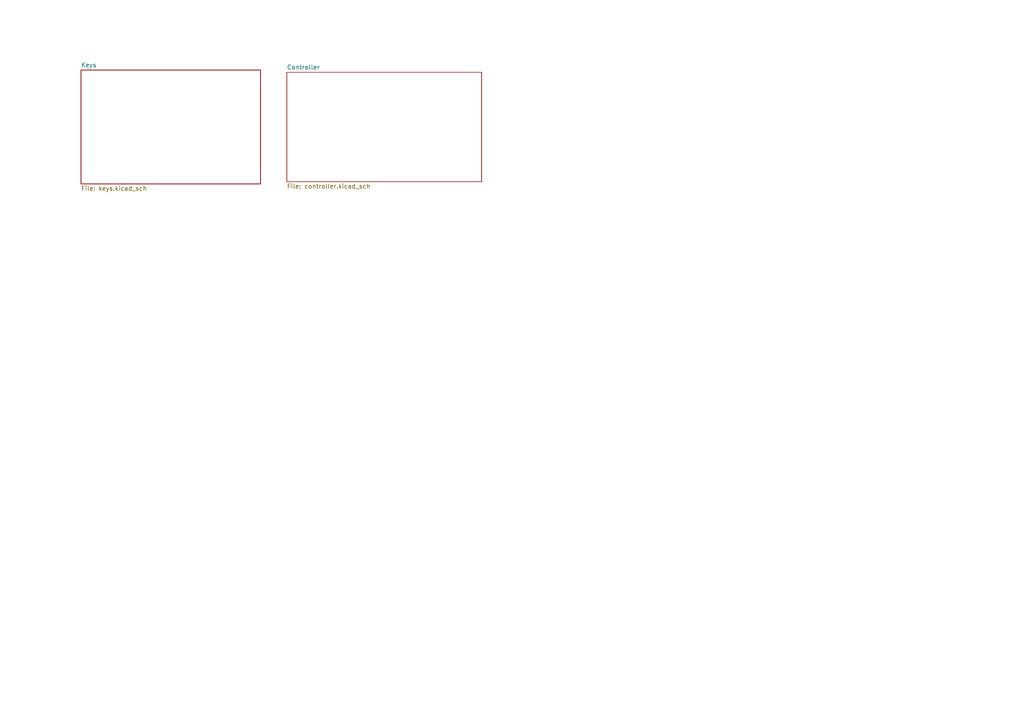
<source format=kicad_sch>
(kicad_sch (version 20230121) (generator eeschema)
  (paper "A4")
  (lib_symbols)
  (sheet (at 83.185 20.955) (size 56.515 31.75) (stroke (width 0.1524))
    (property "Sheetname" "Controller" (at 83.185 20.2434 0) (effects (justify left bottom)))
    (property "Sheetfile" "controller.kicad_sch" (at 83.185 53.2896 0) (effects (justify left top)))
  )
  (sheet (at 23.495 20.32) (size 52.07 33.02) (stroke (width 0.1524))
    (property "Sheetname" "Keys" (at 23.495 19.6084 0) (effects (justify left bottom)))
    (property "Sheetfile" "keys.kicad_sch" (at 23.495 53.9246 0) (effects (justify left top)))
  )
)
</source>
